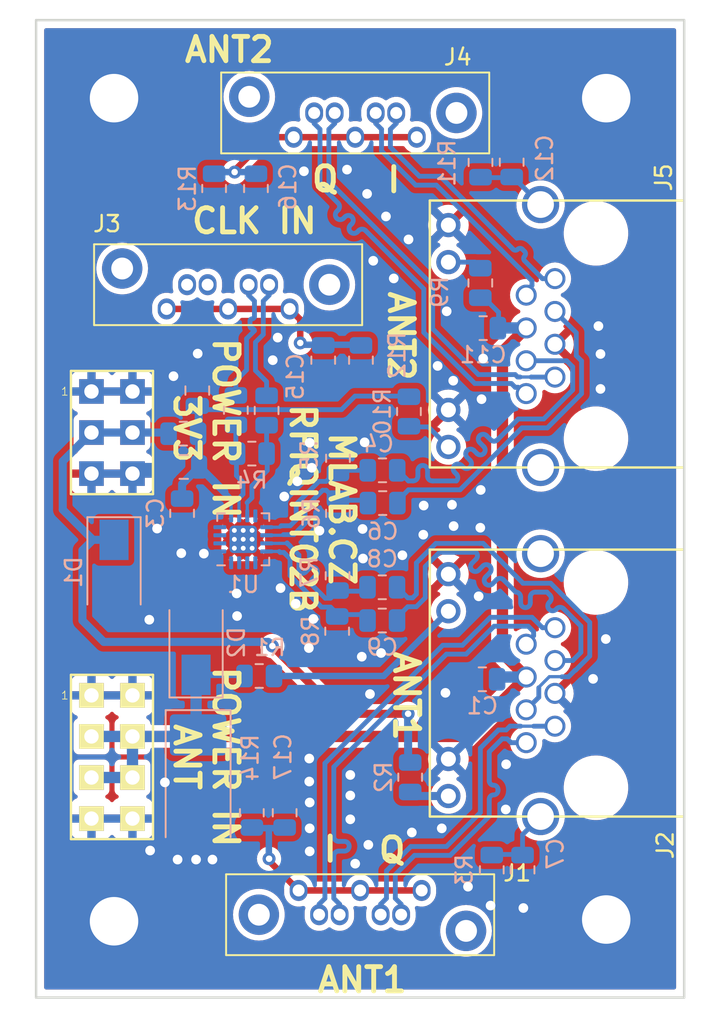
<source format=kicad_pcb>
(kicad_pcb (version 20211014) (generator pcbnew)
  (title_block (title "NAME") (date "%d. %m. %Y") (rev "REV") (company "Mlab www.mlab.cz") (comment 1 "VERSION") (comment 2 "Short description\\nTwo lines are maximum") (comment 3 "nickname <email@example.com>"))
  (layers (0 "F.Cu" signal) (31 "B.Cu" signal) (34 "B.Paste" user) (35 "F.Paste" user) (36 "B.SilkS" user "B.Silkscreen") (37 "F.SilkS" user "F.Silkscreen") (38 "B.Mask" user) (39 "F.Mask" user) (44 "Edge.Cuts" user))
  (net 0 "")
  (net 1 "VCC")
  (net 2 "GND")
  (net 3 "+3V3")
  (net 4 "/CLKOUT0_P")
  (net 5 "/CLKOUT0_N")
  (net 6 "/CLKOUT1_P")
  (net 7 "/CLKOUT1_N")
  (net 10 "/ADC1_P")
  (net 11 "/ADC1_N")
  (net 12 "/ADC2_P")
  (net 13 "/ADC2_N")
  (net 14 "/ADC3_P")
  (net 15 "/ADC3_N")
  (net 16 "/ADC4_P")
  (net 17 "/ADC4_N")
  (net 18 "/CLKIN_P")
  (net 19 "/CLK_P")
  (net 20 "/CLKIN_N")
  (net 21 "/CLK_N")
  (net 22 "/Q0_P")
  (net 23 "/Q0_N")
  (net 24 "/Q1_P")
  (net 25 "/Q1_N")
  (net 26 "Net-(C7-Pad1)")
  (net 27 "Net-(C12-Pad1)")
  (net 28 "Net-(J2-Pad10)")
  (net 29 "Net-(J2-Pad12)")
  (net 30 "Net-(J5-Pad10)")
  (net 31 "Net-(J5-Pad12)")
  (net 33 "+3V8")
  (net 34 "Net-(J3-Pad1)")
  (net 35 "Net-(J4-Pad1)")
  (net 36 "Net-(J1-Pad1)")
  (footprint "Mlab_Pin_Headers:Straight_2x03" (layer "F.Cu") (at 4.953 -35.19932)
    (fp_text reference "J6" hide)
    (fp_text value "HEADER_2x03_PARALLEL" hide)
  )
  (footprint "Mlab_CON:SATA-7_THT_VERT_2" (layer "F.Cu") (at 23.8252 -53.4656)
    (fp_text reference "J4")
    (fp_text value "SATA7-67491-1030" hide)
  )
  (footprint "Mlab_CON:RJHSE-5384(RJ45)" (layer "F.Cu") (at 34.925 -34.81832 90)
    (fp_text reference "J5")
    (fp_text value "RJ45_RJHSE-5384" hide)
  )
  (footprint "Mlab_Mechanical:MountingHole_3mm" (layer "F.Cu") (at 35.56 -55.88)
    (fp_text reference "M3" hide)
    (fp_text value "HOLE" hide)
  )
  (footprint "Mlab_CON:RJHSE-5384(RJ45)" (layer "F.Cu") (at 34.925 -13.22832 90)
    (fp_text reference "J2")
    (fp_text value "RJ45_RJHSE-5384" hide)
  )
  (footprint "Mlab_CON:SATA-7_THT_VERT_2" (layer "F.Cu") (at 15.955 -42.84332)
    (fp_text reference "J3")
    (fp_text value "SATA7-67491-1030" hide)
  )
  (footprint "Mlab_Mechanical:MountingHole_3mm" (layer "F.Cu") (at 35.56 -5.08)
    (fp_text reference "M1" hide)
    (fp_text value "HOLE" hide)
  )
  (footprint "Mlab_CON:SATA-7_THT_VERT_2" (layer "F.Cu") (at 16.51 -6.87832 180)
    (fp_text reference "J1")
    (fp_text value "SATA7-67491-1030" hide)
  )
  (footprint "Mlab_Pin_Headers:Straight_2x04" (layer "F.Cu") (at 4.953 -15.13332)
    (fp_text reference "J7" hide)
    (fp_text value "HEADER_2x04_PARALLEL" hide)
  )
  (footprint "Resistor_SMD:R_0805_2012Metric" (layer "B.Cu") (at 21.717 -30.8356)
    (fp_text reference "C6")
    (fp_text value "100nF" hide)
  )
  (footprint "Diode_SMD:D_SMA" (layer "B.Cu") (at 10.16 -22.21332 90)
    (fp_text reference "D2")
    (fp_text value "M4" hide)
  )
  (footprint "Capacitor_Tantalum_SMD:CP_EIA-7132-28_AVX-C" (layer "B.Cu") (at 10.287 -13.72108 -90)
    (fp_text reference "C14" hide)
    (fp_text value "47uF/16" hide)
  )
  (footprint "Resistor_SMD:R_0805_2012Metric" (layer "B.Cu") (at 30.3784 -8.1534 -90)
    (fp_text reference "C7")
    (fp_text value "100nF" hide)
  )
  (footprint "Capacitor_SMD:C_0805_2012Metric" (layer "B.Cu") (at 10.2362 -37.7952 90)
    (fp_text reference "C13" hide)
    (fp_text value "47uF/6V3" hide)
  )
  (footprint "Resistor_SMD:R_0805_2012Metric" (layer "B.Cu") (at 23.4188 -13.8811 -90)
    (fp_text reference "R2")
    (fp_text value "1k" hide)
  )
  (footprint "Resistor_SMD:R_0805_2012Metric" (layer "B.Cu") (at 14.0716 -20.1422 180)
    (fp_text reference "R1")
    (fp_text value "1k" hide)
  )
  (footprint "Resistor_SMD:R_0805_2012Metric" (layer "B.Cu") (at 27.8892 -19.939)
    (fp_text reference "C1")
    (fp_text value "100nF" hide)
  )
  (footprint "Resistor_SMD:R_0805_2012Metric" (layer "B.Cu") (at 27.7622 -44.45 -90)
    (fp_text reference "R9")
    (fp_text value "1k" hide)
  )
  (footprint "Resistor_SMD:R_0805_2012Metric" (layer "B.Cu") (at 27.94 -41.656)
    (fp_text reference "C11")
    (fp_text value "100nF" hide)
  )
  (footprint "Resistor_SMD:R_0805_2012Metric" (layer "B.Cu") (at 23.3426 -36.4998 -90)
    (fp_text reference "R10")
    (fp_text value "1k" hide)
  )
  (footprint "Resistor_SMD:R_0805_2012Metric" (layer "B.Cu") (at 29.7053 -51.9176 90)
    (fp_text reference "C12")
    (fp_text value "100nF" hide)
  )
  (footprint "Resistor_SMD:R_0805_2012Metric" (layer "B.Cu") (at 12.6238 -36.58362 -90)
    (fp_text reference "C5" hide)
    (fp_text value "100nF" hide)
  )
  (footprint "Resistor_SMD:R_0805_2012Metric" (layer "B.Cu") (at 13.6144 -33.8963)
    (fp_text reference "R4")
    (fp_text value "100R" hide)
  )
  (footprint "Resistor_SMD:R_0805_2012Metric" (layer "B.Cu") (at 18.923 -26.3398 90)
    (fp_text reference "R7")
    (fp_text value "130R" hide)
  )
  (footprint "Resistor_SMD:R_0805_2012Metric" (layer "B.Cu") (at 28.4734 -8.1534 -90)
    (fp_text reference "R3")
    (fp_text value "1k" hide)
  )
  (footprint "Resistor_SMD:R_0805_2012Metric" (layer "B.Cu") (at 21.7043 -32.86252)
    (fp_text reference "C4")
    (fp_text value "100nF" hide)
  )
  (footprint "Resistor_SMD:R_0805_2012Metric" (layer "B.Cu") (at 18.9484 -33.6042 90)
    (fp_text reference "R5")
    (fp_text value "130R" hide)
  )
  (footprint "Resistor_SMD:R_0805_2012Metric" (layer "B.Cu") (at 13.8684 -50.292 -90)
    (fp_text reference "C16")
    (fp_text value "100nF" hide)
  )
  (footprint "Resistor_SMD:R_0805_2012Metric" (layer "B.Cu") (at 9.3726 -35.1282)
    (fp_text reference "L1" hide)
    (fp_text value "BLM21PG331SN1D" hide)
  )
  (footprint "Resistor_SMD:R_0805_2012Metric" (layer "B.Cu") (at 11.2776 -50.292 -90)
    (fp_text reference "R13")
    (fp_text value "1k" hide)
  )
  (footprint "Resistor_SMD:R_0805_2012Metric" (layer "B.Cu") (at 15.6464 -11.684 90)
    (fp_text reference "C17")
    (fp_text value "100nF" hide)
  )
  (footprint "Mlab_Mechanical:MountingHole_3mm" (layer "B.Cu") (at 5.08 -4.97332)
    (fp_text reference "M2" hide)
    (fp_text value "HOLE" hide)
  )
  (footprint "Resistor_SMD:R_0805_2012Metric" (layer "B.Cu") (at 14.5288 -36.5633 -90)
    (fp_text reference "C10" hide)
    (fp_text value "100nF" hide)
  )
  (footprint "Capacitor_SMD:C_0805_2012Metric" (layer "B.Cu") (at 9.398 -33.0708 180)
    (fp_text reference "C2" hide)
    (fp_text value "1uF" hide)
  )
  (footprint "Package_DFN_QFN:QFN-16-1EP_3x3mm_P0.5mm_EP1.7x1.7mm_ThermalVias" (layer "B.Cu") (at 13.081 -28.59532)
    (fp_text reference "U1")
    (fp_text value "Si53322" hide)
  )
  (footprint "Resistor_SMD:R_0805_2012Metric" (layer "B.Cu") (at 21.6916 -23.5712)
    (fp_text reference "C9")
    (fp_text value "100nF" hide)
  )
  (footprint "Resistor_SMD:R_0805_2012Metric" (layer "B.Cu") (at 21.6916 -25.6286)
    (fp_text reference "C8")
    (fp_text value "100nF" hide)
  )
  (footprint "Resistor_SMD:R_0805_2012Metric" (layer "B.Cu") (at 27.7749 -51.9049 90)
    (fp_text reference "R11")
    (fp_text value "1k" hide)
  )
  (footprint "Resistor_SMD:R_0805_2012Metric" (layer "B.Cu") (at 18.8976 -22.9108 -90)
    (fp_text reference "R8")
    (fp_text value "130R" hide)
  )
  (footprint "Resistor_SMD:R_0805_2012Metric" (layer "B.Cu") (at 9.2964 -30.2006 -90)
    (fp_text reference "C3")
    (fp_text value "100nF" hide)
  )
  (footprint "Resistor_SMD:R_0805_2012Metric" (layer "B.Cu") (at 18.034 -39.6748 -90)
    (fp_text reference "C15")
    (fp_text value "100nF" hide)
  )
  (footprint "Resistor_SMD:R_0805_2012Metric" (layer "B.Cu") (at 13.6144 -11.684 90)
    (fp_text reference "R14")
    (fp_text value "1k" hide)
  )
  (footprint "Resistor_SMD:R_0805_2012Metric" (layer "B.Cu") (at 18.9484 -30.2006 -90)
    (fp_text reference "R6")
    (fp_text value "130R" hide)
  )
  (footprint "Resistor_SMD:R_0805_2012Metric" (layer "B.Cu") (at 20.3708 -39.6748 -90)
    (fp_text reference "R12")
    (fp_text value "1k" hide)
  )
  (footprint "Mlab_Mechanical:MountingHole_3mm" (layer "B.Cu") (at 5.08 -55.88)
    (fp_text reference "M4" hide)
    (fp_text value "HOLE" hide)
  )
  (footprint "Diode_SMD:D_SMA" (layer "B.Cu") (at 5.08 -26.56332 -90)
    (fp_text reference "D1")
    (fp_text value "M4" hide)
  )
  (gr_line (start 40.386 -60.706) (end 0.254 -60.706) (layer "Edge.Cuts") (width 0.15))
  (gr_line (start 40.386 -0.254) (end 40.386 -60.706) (layer "Edge.Cuts") (width 0.15))
  (gr_line (start 0.254 -0.254) (end 0.254 -60.706) (layer "Edge.Cuts") (width 0.15))
  (gr_line (start 0.254 -0.254) (end 40.386 -0.254) (layer "Edge.Cuts") (width 0.15))
  (gr_text "MLAB.CZ\nRFIQINT02B" (at 17.9832 -30.48 270) (layer "F.SilkS") (effects (font (size 1.5 1.5) (thickness 0.3))))
  (gr_text "ANT1" (at 23.1902 -18.8976 270) (layer "F.SilkS") (effects (font (size 1.5 1.5) (thickness 0.3))))
  (gr_text "ANT1" (at 20.447 -1.3462) (layer "F.SilkS") (effects (font (size 1.5 1.5) (thickness 0.3))))
  (gr_text "I" (at 18.4658 -9.4234) (layer "F.SilkS") (effects (font (size 1.5 1.5) (thickness 0.3))))
  (gr_text "ANT2" (at 12.2174 -58.8772) (layer "F.SilkS") (effects (font (size 1.5 1.5) (thickness 0.3))))
  (gr_text "I" (at 22.4028 -50.8254) (layer "F.SilkS") (effects (font (size 1.5 1.5) (thickness 0.3))))
  (gr_text "POWER IN\nANT" (at 10.795 -15.13332 270) (layer "F.SilkS") (effects (font (size 1.5 1.5) (thickness 0.3))))
  (gr_text "Q" (at 18.161 -50.8762) (layer "F.SilkS") (effects (font (size 1.5 1.5) (thickness 0.3))))
  (gr_text "ANT2" (at 22.86 -41.16832 270) (layer "F.SilkS") (effects (font (size 1.5 1.5) (thickness 0.3))))
  (gr_text "POWER IN\n3V3" (at 10.795 -35.45332 270) (layer "F.SilkS") (effects (font (size 1.5 1.5) (thickness 0.3))))
  (gr_text "CLK IN" (at 13.7668 -48.2854) (layer "F.SilkS") (effects (font (size 1.5 1.5) (thickness 0.3))))
  (gr_text "Q" (at 22.3012 -9.3726) (layer "F.SilkS") (effects (font (size 1.5 1.5) (thickness 0.3))))
  (segment (start 6.223 -16.40332) (end 25.77592 -16.40332) (width 0.7) (layer "F.Cu") (net 1))
  (segment (start 30.605 -20.07832) (end 29.1338 -21.54952) (width 0.7) (layer "F.Cu") (net 1))
  (segment (start 30.605 -20.07832) (end 26.93 -16.40332) (width 0.7) (layer "F.Cu") (net 1))
  (segment (start 29.1338 -21.7932) (end 29.1338 -40.19712) (width 0.7) (layer "F.Cu") (net 1))
  (segment (start 26.93 -16.40332) (end 25.77592 -16.40332) (width 0.7) (layer "F.Cu") (net 1))
  (segment (start 29.1338 -21.54952) (end 29.1338 -21.7932) (width 0.7) (layer "F.Cu") (net 1))
  (segment (start 29.1338 -40.19712) (end 30.605 -41.66832) (width 0.7) (layer "F.Cu") (net 1))
  (segment (start 28.90482 -41.66832) (end 28.8925 -41.656) (width 0.7) (layer "B.Cu") (net 1))
  (segment (start 30.605 -41.66832) (end 28.90482 -41.66832) (width 0.7) (layer "B.Cu") (net 1))
  (segment (start 28.98102 -20.07832) (end 28.8417 -19.939) (width 0.7) (layer "B.Cu") (net 1))
  (segment (start 30.605 -20.07832) (end 28.98102 -20.07832) (width 0.7) (layer "B.Cu") (net 1))
  (segment (start 10.16 -20.21332) (end 10.16 -16.37284) (width 0.7) (layer "B.Cu") (net 1))
  (segment (start 28.0289 -43.4975) (end 27.7622 -43.4975) (width 0.3) (layer "B.Cu") (net 1))
  (segment (start 3.683 -16.40332) (end 6.223 -16.40332) (width 0.7) (layer "B.Cu") (net 1))
  (segment (start 10.16 -16.37284) (end 10.287 -16.24584) (width 0.7) (layer "B.Cu") (net 1))
  (segment (start 6.223 -16.40332) (end 10.12952 -16.40332) (width 0.7) (layer "B.Cu") (net 1))
  (segment (start 10.12952 -16.40332) (end 10.287 -16.24584) (width 0.7) (layer "B.Cu") (net 1))
  (segment (start 28.8925 -42.6339) (end 28.0289 -43.4975) (width 0.3) (layer "B.Cu") (net 1))
  (segment (start 28.8925 -41.656) (end 28.8925 -42.6339) (width 0.3) (layer "B.Cu") (net 1))
  (segment (start 6.223 -16.40332) (end 6.223 -13.86332) (width 0.7) (layer "B.Cu") (net 1))
  (segment (start 6.223 -13.86332) (end 3.683 -13.86332) (width 0.7) (layer "B.Cu") (net 1))
  (segment (start 10.16 -20.21332) (end 13.04798 -20.21332) (width 0.4) (layer "B.Cu") (net 1))
  (segment (start 13.04798 -20.21332) (end 13.1191 -20.1422) (width 0.4) (layer "B.Cu") (net 1))
  (via (at 27.0002 -7.112) (size 0.8) (drill 0.6) (layers "F.Cu" "B.Cu") (net 2))
  (via (at 25.6032 -19.1008) (size 0.8) (drill 0.6) (layers "F.Cu" "B.Cu") (net 2))
  (via (at 19.7104 -11.2776) (size 0.8) (drill 0.6) (layers "F.Cu" "B.Cu") (net 2))
  (via (at 26.0858 -38.4048) (size 0.8) (drill 0.6) (layers "F.Cu" "B.Cu") (net 2))
  (via (at 25.6794 -42.6974) (size 0.8) (drill 0.6) (layers "F.Cu" "B.Cu") (net 2))
  (via (at 19.7104 -14.0208) (size 0.8) (drill 0.6) (layers "F.Cu" "B.Cu") (net 2))
  (via (at 21.9202 -48.5648) (size 0.8) (drill 0.6) (layers "F.Cu" "B.Cu") (net 2))
  (via (at 17.4244 -23.6728) (size 0.8) (drill 0.6) (layers "F.Cu" "B.Cu") (net 2))
  (via (at 27.94 -39.7764) (size 0.8) (drill 0.6) (layers "F.Cu" "B.Cu") (net 2))
  (via (at 35.2044 -37.8968) (size 0.8) (drill 0.6) (layers "F.Cu" "B.Cu") (net 2))
  (via (at 8.2296 -13.5636) (size 0.8) (drill 0.6) (layers "F.Cu" "B.Cu") (net 2))
  (via (at 19.5072 -51.4604) (size 0.8) (drill 0.6) (layers "F.Cu" "B.Cu") (net 2))
  (via (at 16.3322 -24.6126) (size 0.8) (drill 0.6) (layers "F.Cu" "B.Cu") (net 2))
  (via (at 8.763 -38.6842) (size 0.8) (drill 0.6) (layers "F.Cu" "B.Cu") (net 2))
  (via (at 23.3172 -47.1424) (size 0.8) (drill 0.6) (layers "F.Cu" "B.Cu") (net 2))
  (via (at 17.1958 -12.319) (size 0.8) (drill 0.6) (layers "F.Cu" "B.Cu") (net 2))
  (via (at 15.2146 -41.0718) (size 0.8) (drill 0.6) (layers "F.Cu" "B.Cu") (net 2))
  (via (at 10.2616 -40.0812) (size 0.8) (drill 0.6) (layers "F.Cu" "B.Cu") (net 2))
  (via (at 28.3972 -5.9436) (size 0.8) (drill 0.6) (layers "F.Cu" "B.Cu") (net 2))
  (via (at 20.9296 -19.0246) (size 0.8) (drill 0.6) (layers "F.Cu" "B.Cu") (net 2))
  (via (at 22.9362 -27.6098) (size 0.8) (drill 0.6) (layers "F.Cu" "B.Cu") (net 2))
  (via (at 16.8402 -51.3588) (size 0.8) (drill 0.6) (layers "F.Cu" "B.Cu") (net 2))
  (via (at 17.801043 -29.126769) (size 0.8) (drill 0.6) (layers "F.Cu" "B.Cu") (net 2))
  (via (at 20.5994 -34.5948) (size 0.8) (drill 0.6) (layers "F.Cu" "B.Cu") (net 2))
  (via (at 7.2644 -23.622) (size 0.8) (drill 0.6) (layers "F.Cu" "B.Cu") (net 2))
  (via (at 17.1704 -15.0368) (size 0.8) (drill 0.6) (layers "F.Cu" "B.Cu") (net 2))
  (via (at 27.6606 -25.0698) (size 0.8) (drill 0.6) (layers "F.Cu" "B.Cu") (net 2))
  (via (at 7.747 -29.2608) (size 0.8) (drill 0.6) (layers "F.Cu" "B.Cu") (net 2))
  (via (at 29.3624 -14.6812) (size 0.8) (drill 0.6) (layers "F.Cu" "B.Cu") (net 2))
  (via (at 35.5346 -22.4282) (size 0.8) (drill 0.6) (layers "F.Cu" "B.Cu") (net 2))
  (via (at 10.16 -8.7884) (size 0.8) (drill 0.6) (layers "F.Cu" "B.Cu") (net 2))
  (via (at 9.017 -8.7884) (size 0.8) (drill 0.6) (layers "F.Cu" "B.Cu") (net 2))
  (via (at 20.828 -9.7028) (size 0.8) (drill 0.6) (layers "F.Cu" "B.Cu") (net 2))
  (via (at 17.3228 -33.02) (size 0.8) (drill 0.6) (layers "F.Cu" "B.Cu") (net 2))
  (via (at 27.8384 -37.2618) (size 0.8) (drill 0.6) (layers "F.Cu" "B.Cu") (net 2))
  (via (at 29.337 -11.8872) (size 0.8) (drill 0.6) (layers "F.Cu" "B.Cu") (net 2))
  (via (at 15.621 -31.242) (size 0.8) (drill 0.6) (layers "F.Cu" "B.Cu") (net 2))
  (via (at 17.1704 -13.6144) (size 0.8) (drill 0.6) (layers "F.Cu" "B.Cu") (net 2))
  (via (at 27.7876 -31.6484) (size 0.8) (drill 0.6) (layers "F.Cu" "B.Cu") (net 2))
  (via (at 25.3746 -10.7188) (size 0.8) (drill 0.6) (layers "F.Cu" "B.Cu") (net 2))
  (via (at 22.4028 -44.7294) (size 0.8) (drill 0.6) (layers "F.Cu" "B.Cu") (net 2))
  (via (at 20.4724 -29.2354) (size 0.8) (drill 0.6) (layers "F.Cu" "B.Cu") (net 2))
  (via (at 14.9098 -39.6748) (size 0.8) (drill 0.6) (layers "F.Cu" "B.Cu") (net 2))
  (via (at 20.0152 -8.5344) (size 0.8) (drill 0.6) (layers "F.Cu" "B.Cu") (net 2))
  (via (at 34.7472 -19.9644) (size 0.8) (drill 0.6) (layers "F.Cu" "B.Cu") (net 2))
  (via (at 16.4338 -32.1818) (size 0.8) (drill 0.6) (layers "F.Cu" "B.Cu") (net 2))
  (via (at 35.2044 -40.0558) (size 0.8) (drill 0.6) (layers "F.Cu" "B.Cu") (net 2))
  (via (at 35.0774 -41.783) (size 0.8) (drill 0.6) (layers "F.Cu" "B.Cu") (net 2))
  (via (at 20.4978 -27.4066) (size 0.8) (drill 0.6) (layers "F.Cu" "B.Cu") (net 2))
  (via (at 26.1112 -29.4132) (size 0.8) (drill 0.6) (layers "F.Cu" "B.Cu") (net 2))
  (via (at 21.6154 -21.5646) (size 0.8) (drill 0.6) (layers "F.Cu" "B.Cu") (net 2))
  (via (at 30.4292 -5.7912) (size 0.8) (drill 0.6) (layers "F.Cu" "B.Cu") (net 2))
  (via (at 17.145 -21.8694) (size 0.8) (drill 0.6) (layers "F.Cu" "B.Cu") (net 2))
  (via (at 23.5204 -10.4648) (size 0.8) (drill 0.6) (layers "F.Cu" "B.Cu") (net 2))
  (via (at 27.7622 -29.3116) (size 0.8) (drill 0.6) (layers "F.Cu" "B.Cu") (net 2))
  (via (at 26.0096 -30.734) (size 0.8) (drill 0.6) (layers "F.Cu" "B.Cu") (net 2))
  (via (at 9.2456 -27.7368) (size 0.8) (drill 0.6) (layers "F.Cu" "B.Cu") (net 2))
  (via (at 25.1206 -39.3192) (size 0.8) (drill 0.6) (layers "F.Cu" "B.Cu") (net 2))
  (via (at 11.176 -8.7884) (size 0.8) (drill 0.6) (layers "F.Cu" "B.Cu") (net 2))
  (via (at 17.1958 -10.7188) (size 0.8) (drill 0.6) (layers "F.Cu" "B.Cu") (net 2))
  (via (at 17.1958 -34.5694) (size 0.8) (drill 0.6) (layers "F.Cu" "B.Cu") (net 2))
  (via (at 19.7104 -12.7508) (size 0.8) (drill 0.6) (layers "F.Cu" "B.Cu") (net 2))
  (via (at 7.3152 -9.3472) (size 0.8) (drill 0.6) (layers "F.Cu" "B.Cu") (net 2))
  (via (at 20.7518 -49.9618) (size 0.8) (drill 0.6) (layers "F.Cu" "B.Cu") (net 2))
  (via (at 15.3924 -25.5778) (size 0.8) (drill 0.6) (layers "F.Cu" "B.Cu") (net 2))
  (via (at 20.4216 -21.336) (size 0.8) (drill 0.6) (layers "F.Cu" "B.Cu") (net 2))
  (via (at 24.257 -30.6832) (size 0.8) (drill 0.6) (layers "F.Cu" "B.Cu") (net 2))
  (via (at 12.6746 -25.2476) (size 0.8) (drill 0.6) (layers "F.Cu" "B.Cu") (net 2))
  (via (at 12.7 -23.8506) (size 0.8) (drill 0.6) (layers "F.Cu" "B.Cu") (net 2))
  (via (at 24.2316 -28.8798) (size 0.8) (drill 0.6) (layers "F.Cu" "B.Cu") (net 2))
  (via (at 17.1958 -9.2964) (size 0.8) (drill 0.6) (layers "F.Cu" "B.Cu") (net 2))
  (via (at 21.1328 -45.8216) (size 0.8) (drill 0.6) (layers "F.Cu" "B.Cu") (net 2))
  (via (at 10.6426 -27.7114) (size 0.8) (drill 0.6) (layers "F.Cu" "B.Cu") (net 2))
  (segment (start 25.9461 -42.6974) (end 25.6794 -42.6974) (width 0.7) (layer "B.Cu") (net 2))
  (segment (start 6.63448 -33.0708) (end 6.223 -32.65932) (width 0.5) (layer "B.Cu") (net 2))
  (segment (start 18.9484 -29.2481) (end 17.922374 -29.2481) (width 0.7) (layer "B.Cu") (net 2))
  (segment (start 20.3835 -27.2923) (end 20.4978 -27.4066) (width 0.7) (layer "B.Cu") (net 2))
  (segment (start 10.77652 -27.84532) (end 10.6426 -27.7114) (width 0.2) (layer "B.Cu") (net 2))
  (segment (start 26.9367 -19.939) (end 26.4414 -19.939) (width 0.7) (layer "B.Cu") (net 2))
  (segment (start 26.4414 -19.939) (end 25.6032 -19.1008) (width 0.7) (layer "B.Cu") (net 2))
  (segment (start 11.631 -27.84532) (end 10.77652 -27.84532) (width 0.2) (layer "B.Cu") (net 2))
  (segment (start 8.4455 -33.0708) (end 6.63448 -33.0708) (width 0.5) (layer "B.Cu") (net 2))
  (segment (start 17.922374 -29.2481) (end 17.801043 -29.126769) (width 0.7) (layer "B.Cu") (net 2))
  (segment (start 26.9875 -41.656) (end 25.9461 -42.6974) (width 0.7) (layer "B.Cu") (net 2))
  (segment (start 18.923 -27.2923) (end 20.3835 -27.2923) (width 0.7) (layer "B.Cu") (net 2))
  (segment (start 12.319414 -31.1284) (end 12.319414 -31.036986) (width 0.3) (layer "B.Cu") (net 3))
  (segment (start 10.3251 -36.7538) (end 10.2362 -36.8427) (width 0.5) (layer "B.Cu") (net 3))
  (segment (start 19.163458 -36.61378) (end 20.001978 -37.4523) (width 0.3) (layer "B.Cu") (net 3))
  (segment (start 11.919507 -31.528307) (end 12.319414 -31.1284) (width 0.3) (layer "B.Cu") (net 3))
  (segment (start 9.2964 -31.1531) (end 9.2964 -32.0167) (width 0.5) (layer "B.Cu") (net 3))
  (segment (start 10.46512 -36.61378) (end 19.163458 -36.61378) (width 0.3) (layer "B.Cu") (net 3))
  (segment (start 12.331 -30.04532) (end 12.331 -31.116814) (width 0.2) (layer "B.Cu") (net 3))
  (segment (start 10.3251 -35.1282) (end 10.3251 -36.7538) (width 0.5) (layer "B.Cu") (net 3))
  (segment (start 11.322607 -32.125207) (end 10.377014 -33.0708) (width 0.5) (layer "B.Cu") (net 3))
  (segment (start 10.3505 -33.0708) (end 10.377014 -33.0708) (width 0.5) (layer "B.Cu") (net 3))
  (segment (start 10.377014 -33.0708) (end 11.919507 -31.528307) (width 0.5) (layer "B.Cu") (net 3))
  (segment (start 11.322607 -32.125207) (end 11.919507 -31.528307) (width 0.3) (layer "B.Cu") (net 3))
  (segment (start 10.3505 -33.0708) (end 10.3505 -34.9504) (width 0.5) (layer "B.Cu") (net 3))
  (segment (start 10.2362 -36.8427) (end 10.46512 -36.61378) (width 0.3) (layer "B.Cu") (net 3))
  (segment (start 9.2964 -32.0167) (end 10.3505 -33.0708) (width 0.5) (layer "B.Cu") (net 3))
  (segment (start 10.3505 -34.9504) (end 10.1727 -35.1282) (width 0.5) (layer "B.Cu") (net 3))
  (segment (start 20.001978 -37.4523) (end 23.3426 -37.4523) (width 0.3) (layer "B.Cu") (net 3))
  (segment (start 32.11791 -25.8782) (end 34.5396 -23.45651) (width 0.3) (layer "B.Cu") (net 4))
  (segment (start 32.809391 -20.098809) (end 32.8168 -20.0914) (width 0.2) (layer "B.Cu") (net 4))
  (segment (start 25.00669 -28.342) (end 27.72371 -28.342) (width 0.3) (layer "B.Cu") (net 4))
  (segment (start 27.72371 -28.342) (end 27.72811 -28.3464) (width 0.3) (layer "B.Cu") (net 4))
  (segment (start 23.8042 -27.13951) (end 25.00669 -28.342) (width 0.3) (layer "B.Cu") (net 4))
  (segment (start 34.5396 -23.45651) (end 34.5396 -21.376847) (width 0.3) (layer "B.Cu") (net 4))
  (segment (start 23.8042 -25.20911) (end 23.8042 -27.13951) (width 0.3) (layer "B.Cu") (net 4))
  (segment (start 23.57159 -24.9765) (end 23.8042 -25.20911) (width 0.3) (layer "B.Cu") (net 4))
  (segment (start 30.605 -18.04832) (end 31.385489 -18.828809) (width 0.3) (layer "B.Cu") (net 4))
  (segment (start 34.5396 -21.376847) (end 33.660553 -20.4978) (width 0.3) (layer "B.Cu") (net 4))
  (segment (start 27.72811 -28.3464) (end 27.94 -28.3464) (width 0.3) (layer "B.Cu") (net 4))
  (segment (start 31.369 -19.431) (end 32.036809 -20.098809) (width 0.2) (layer "B.Cu") (net 4))
  (segment (start 32.036809 -20.098809) (end 32.809391 -20.098809) (width 0.2) (layer "B.Cu") (net 4))
  (segment (start 33.660553 -20.4978) (end 33.6296 -20.4978) (width 0.3) (layer "B.Cu") (net 4))
  (segment (start 33.6296 -20.4978) (end 33.2232 -20.0914) (width 0.3) (layer "B.Cu") (net 4))
  (segment (start 30.3994 -25.887) (end 30.3994 -25.8782) (width 0.3) (layer "B.Cu") (net 4))
  (segment (start 31.385489 -18.828809) (end 31.385489 -19.414511) (width 0.3) (layer "B.Cu") (net 4))
  (segment (start 30.3994 -25.8782) (end 32.11791 -25.8782) (width 0.3) (layer "B.Cu") (net 4))
  (segment (start 33.2232 -20.0914) (end 32.8168 -20.0914) (width 0.3) (layer "B.Cu") (net 4))
  (segment (start 27.94 -28.3464) (end 30.3994 -25.887) (width 0.3) (layer "B.Cu") (net 4))
  (segment (start 22.6187 -25.6286) (end 23.2708 -24.9765) (width 0.3) (layer "B.Cu") (net 4))
  (segment (start 23.2708 -24.9765) (end 23.57159 -24.9765) (width 0.3) (layer "B.Cu") (net 4))
  (segment (start 32.066865 -24.727159) (end 32.066865 -24.72716) (width 0.3) (layer "B.Cu") (net 5))
  (segment (start 33.9896 -21.604667) (end 33.483253 -21.09832) (width 0.3) (layer "B.Cu") (net 5))
  (segment (start 27.49589 -27.367735) (end 27.244464 -27.116309) (width 0.3) (layer "B.Cu") (net 5))
  (segment (start 24.3542 -24.98129) (end 24.3542 -26.91169) (width 0.3) (layer "B.Cu") (net 5))
  (segment (start 24.3542 -26.91169) (end 25.23451 -27.792) (width 0.3) (layer "B.Cu") (net 5))
  (segment (start 25.23451 -27.792) (end 27.49589 -27.792) (width 0.3) (layer "B.Cu") (net 5))
  (segment (start 29.192946 -26.09494) (end 29.192947 -26.09494) (width 0.3) (layer "B.Cu") (net 5))
  (segment (start 30.25969 -25.0282) (end 30.25969 -24.67263) (width 0.3) (layer "B.Cu") (net 5))
  (segment (start 32.915392 -24.302895) (end 32.915393 -24.302896) (width 0.3) (layer "B.Cu") (net 5))
  (segment (start 27.49589 -27.367734) (end 27.49589 -27.367735) (width 0.3) (layer "B.Cu") (net 5))
  (segment (start 31.89009 -25.3282) (end 32.066865 -25.151425) (width 0.3) (layer "B.Cu") (net 5))
  (segment (start 27.244464 -26.692045) (end 27.244464 -26.692044) (width 0.3) (layer "B.Cu") (net 5))
  (segment (start 28.344418 -26.943469) (end 28.344419 -26.943471) (width 0.3) (layer "B.Cu") (net 5))
  (segment (start 28.517257 -25.843515) (end 28.768682 -26.09494) (width 0.3) (layer "B.Cu") (net 5))
  (segment (start 28.092993 -25.843516) (end 28.092993 -25.843515) (width 0.3) (layer "B.Cu") (net 5))
  (segment (start 32.915393 -24.302896) (end 33.021459 -24.196831) (width 0.3) (layer "B.Cu") (net 5))
  (segment (start 31.15969 -25.3282) (end 31.20969 -25.3282) (width 0.3) (layer "B.Cu") (net 5))
  (segment (start 27.668728 -26.692044) (end 27.920153 -26.943469) (width 0.3) (layer "B.Cu") (net 5))
  (segment (start 33.021459 -24.196831) (end 33.9896 -23.22869) (width 0.3) (layer "B.Cu") (net 5))
  (segment (start 33.483253 -21.09832) (end 32.385 -21.09832) (width 0.3) (layer "B.Cu") (net 5))
  (segment (start 28.344419 -26.519206) (end 28.092993 -26.26778) (width 0.3) (layer "B.Cu") (net 5))
  (segment (start 22.5933 -23.749) (end 23.2708 -24.4265) (width 0.3) (layer "B.Cu") (net 5))
  (segment (start 29.192947 -26.094942) (end 29.299013 -25.988877) (width 0.3) (layer "B.Cu") (net 5))
  (segment (start 33.9896 -23.22869) (end 33.9896 -21.604667) (width 0.3) (layer "B.Cu") (net 5))
  (segment (start 29.299013 -25.988877) (end 29.95969 -25.3282) (width 0.3) (layer "B.Cu") (net 5))
  (segment (start 28.344419 -26.519205) (end 28.344419 -26.519206) (width 0.3) (layer "B.Cu") (net 5))
  (segment (start 23.2708 -24.4265) (end 23.79941 -24.4265) (width 0.3) (layer "B.Cu") (net 5))
  (segment (start 31.20969 -25.3282) (end 31.89009 -25.3282) (width 0.3) (layer "B.Cu") (net 5))
  (segment (start 32.066865 -24.72716) (end 32.027571 -24.687866) (width 0.3) (layer "B.Cu") (net 5))
  (segment (start 23.79941 -24.4265) (end 24.3542 -24.98129) (width 0.3) (layer "B.Cu") (net 5))
  (segment (start 28.344417 -26.943469) (end 28.344418 -26.943469) (width 0.3) (layer "B.Cu") (net 5))
  (segment (start 29.192947 -26.09494) (end 29.192947 -26.094942) (width 0.3) (layer "B.Cu") (net 5))
  (segment (start 32.451835 -24.263602) (end 32.491128 -24.302895) (width 0.3) (layer "B.Cu") (net 5))
  (segment (start 30.85969 -24.67263) (end 30.85969 -25.0282) (width 0.3) (layer "B.Cu") (net 5))
  (arc (start 27.244464 -27.116309) (mid 27.156596 -26.904177) (end 27.244464 -26.692045) (width 0.3) (layer "B.Cu") (net 5))
  (arc (start 30.55969 -24.37263) (mid 30.771822 -24.460498) (end 30.85969 -24.67263) (width 0.3) (layer "B.Cu") (net 5))
  (arc (start 32.066865 -25.151425) (mid 32.154733 -24.939292) (end 32.066865 -24.727159) (width 0.3) (layer "B.Cu") (net 5))
  (arc (start 28.092993 -25.843515) (mid 28.305125 -25.755647) (end 28.517257 -25.843515) (width 0.3) (layer "B.Cu") (net 5))
  (arc (start 28.768682 -26.09494) (mid 28.980814 -26.182808) (end 29.192946 -26.09494) (width 0.3) (layer "B.Cu") (net 5))
  (arc (start 30.25969 -24.67263) (mid 30.347558 -24.460498) (end 30.55969 -24.37263) (width 0.3) (layer "B.Cu") (net 5))
  (arc (start 32.027571 -24.263602) (mid 32.239703 -24.175734) (end 32.451835 -24.263602) (width 0.3) (layer "B.Cu") (net 5))
  (arc (start 32.491128 -24.302895) (mid 32.70326 -24.390763) (end 32.915392 -24.302895) (width 0.3) (layer "B.Cu") (net 5))
  (arc (start 32.027571 -24.687866) (mid 31.939703 -24.475734) (end 32.027571 -24.263602) (width 0.3) (layer "B.Cu") (net 5))
  (arc (start 28.092993 -26.26778) (mid 28.005125 -26.055648) (end 28.092993 -25.843516) (width 0.3) (layer "B.Cu") (net 5))
  (arc (start 30.85969 -25.0282) (mid 30.947558 -25.240332) (end 31.15969 -25.3282) (width 0.3) (layer "B.Cu") (net 5))
  (arc (start 29.95969 -25.3282) (mid 30.171822 -25.240332) (end 30.25969 -25.0282) (width 0.3) (layer "B.Cu") (net 5))
  (arc (start 27.49589 -27.792) (mid 27.583758 -27.579867) (end 27.49589 -27.367734) (width 0.3) (layer "B.Cu") (net 5))
  (arc (start 27.920153 -26.943469) (mid 28.132285 -27.031337) (end 28.344417 -26.943469) (width 0.3) (layer "B.Cu") (net 5))
  (arc (start 27.244464 -26.692044) (mid 27.456596 -26.604176) (end 27.668728 -26.692044) (width 0.3) (layer "B.Cu") (net 5))
  (arc (start 28.344419 -26.943471) (mid 28.432287 -26.731338) (end 28.344419 -26.519205) (width 0.3) (layer "B.Cu") (net 5))
  (segment (start 24.49601 -32.86354) (end 24.49601 -32.50661) (width 0.3) (layer "B.Cu") (net 6))
  (segment (start 24.84601 -32.20661) (end 26.2805 -32.20661) (width 0.3) (layer "B.Cu") (net 6))
  (segment (start 24.79601 -32.20661) (end 24.84601 -32.20661) (width 0.3) (layer "B.Cu") (net 6))
  (segment (start 23.89601 -32.50661) (end 23.89601 -32.86354) (width 0.3) (layer "B.Cu") (net 6))
  (segment (start 31.68689 -36.0382) (end 33.4816 -37.83291) (width 0.3) (layer "B.Cu") (net 6))
  (segment (start 33.10728 -39.63832) (end 30.605 -39.63832) (width 0.3) (layer "B.Cu") (net 6))
  (segment (start 27.977556 -34.32793) (end 27.725169 -34.580318) (width 0.3) (layer "B.Cu") (net 6))
  (segment (start 28.149433 -35.004582) (end 28.401819 -34.752193) (width 0.3) (layer "B.Cu") (net 6))
  (segment (start 27.977555 -34.327931) (end 27.977556 -34.32793) (width 0.3) (layer "B.Cu") (net 6))
  (segment (start 26.593799 -33.166104) (end 26.593798 -33.166105) (width 0.3) (layer "B.Cu") (net 6))
  (segment (start 26.593798 -33.166105) (end 26.704763 -33.055137) (width 0.3) (layer "B.Cu") (net 6))
  (segment (start 33.4816 -37.83291) (end 33.4816 -39.2684) (width 0.3) (layer "B.Cu") (net 6))
  (segment (start 26.280499 -32.630875) (end 26.2805 -32.630874) (width 0.3) (layer "B.Cu") (net 6))
  (segment (start 28.149434 -35.004581) (end 28.149433 -35.004582) (width 0.3) (layer "B.Cu") (net 6))
  (segment (start 26.947352 -34.085343) (end 26.947351 -34.085343) (width 0.3) (layer "B.Cu") (net 6))
  (segment (start 27.371615 -34.085343) (end 27.553292 -33.903667) (width 0.3) (layer "B.Cu") (net 6))
  (segment (start 33.4772 -39.2684) (end 33.10728 -39.63832) (width 0.3) (layer "B.Cu") (net 6))
  (segment (start 27.129027 -33.055137) (end 27.129028 -33.055138) (width 0.3) (layer "B.Cu") (net 6))
  (segment (start 30.11209 -36.0382) (end 31.68689 -36.0382) (width 0.3) (layer "B.Cu") (net 6))
  (segment (start 23.31271 -32.20661) (end 23.59601 -32.20661) (width 0.3) (layer "B.Cu") (net 6))
  (segment (start 27.977556 -33.903667) (end 27.977556 -33.903666) (width 0.3) (layer "B.Cu") (net 6))
  (segment (start 28.826083 -34.752193) (end 28.826084 -34.752194) (width 0.3) (layer "B.Cu") (net 6))
  (segment (start 27.371616 -34.085342) (end 27.371615 -34.085343) (width 0.3) (layer "B.Cu") (net 6))
  (segment (start 26.2805 -32.630874) (end 26.169534 -32.741841) (width 0.3) (layer "B.Cu") (net 6))
  (segment (start 27.129028 -33.479402) (end 26.947352 -33.661079) (width 0.3) (layer "B.Cu") (net 6))
  (segment (start 27.129027 -33.479403) (end 27.129028 -33.479402) (width 0.3) (layer "B.Cu") (net 6))
  (segment (start 28.826084 -34.752194) (end 30.11209 -36.0382) (width 0.3) (layer "B.Cu") (net 6))
  (segment (start 22.6568 -32.86252) (end 23.31271 -32.20661) (width 0.3) (layer "B.Cu") (net 6))
  (arc (start 26.169534 -32.741841) (mid 26.081666 -32.953973) (end 26.169534 -33.166105) (width 0.3) (layer "B.Cu") (net 6))
  (arc (start 27.725169 -34.580318) (mid 27.637301 -34.79245) (end 27.725169 -35.004582) (width 0.3) (layer "B.Cu") (net 6))
  (arc (start 26.947352 -33.661079) (mid 26.859484 -33.873211) (end 26.947352 -34.085343) (width 0.3) (layer "B.Cu") (net 6))
  (arc (start 26.2805 -32.20661) (mid 26.368369 -32.418744) (end 26.280499 -32.630875) (width 0.3) (layer "B.Cu") (net 6))
  (arc (start 26.704763 -33.055137) (mid 26.916895 -32.967269) (end 27.129027 -33.055137) (width 0.3) (layer "B.Cu") (net 6))
  (arc (start 23.59601 -32.20661) (mid 23.808142 -32.294478) (end 23.89601 -32.50661) (width 0.3) (layer "B.Cu") (net 6))
  (arc (start 26.947351 -34.085343) (mid 27.159485 -34.173212) (end 27.371616 -34.085342) (width 0.3) (layer "B.Cu") (net 6))
  (arc (start 27.553292 -33.903667) (mid 27.765424 -33.815799) (end 27.977556 -33.903667) (width 0.3) (layer "B.Cu") (net 6))
  (arc (start 26.169534 -33.166105) (mid 26.381666 -33.253972) (end 26.593799 -33.166104) (width 0.3) (layer "B.Cu") (net 6))
  (arc (start 24.19601 -33.16354) (mid 24.408142 -33.075672) (end 24.49601 -32.86354) (width 0.3) (layer "B.Cu") (net 6))
  (arc (start 23.89601 -32.86354) (mid 23.983878 -33.075672) (end 24.19601 -33.16354) (width 0.3) (layer "B.Cu") (net 6))
  (arc (start 24.49601 -32.50661) (mid 24.583878 -32.294478) (end 24.79601 -32.20661) (width 0.3) (layer "B.Cu") (net 6))
  (arc (start 27.129028 -33.055138) (mid 27.216897 -33.267272) (end 27.129027 -33.479403) (width 0.3) (layer "B.Cu") (net 6))
  (arc (start 27.977556 -33.903666) (mid 28.065425 -34.1158) (end 27.977555 -34.327931) (width 0.3) (layer "B.Cu") (net 6))
  (arc (start 27.725169 -35.004582) (mid 27.937301 -35.092449) (end 28.149434 -35.004581) (width 0.3) (layer "B.Cu") (net 6))
  (arc (start 28.401819 -34.752193) (mid 28.613951 -34.664325) (end 28.826083 -34.752193) (width 0.3) (layer "B.Cu") (net 6))
  (segment (start 23.31271 -31.65661) (end 26.50832 -31.65661) (width 0.3) (layer "B.Cu") (net 7))
  (segment (start 30.33991 -35.4882) (end 31.91471 -35.4882) (width 0.3) (layer "B.Cu") (net 7))
  (segment (start 33.7058 -39.9542) (end 33.7058 -41.36752) (width 0.3) (layer "B.Cu") (net 7))
  (segment (start 22.6695 -31.0134) (end 23.31271 -31.65661) (width 0.3) (layer "B.Cu") (net 7))
  (segment (start 26.50832 -31.65661) (end 30.33991 -35.4882) (width 0.3) (layer "B.Cu") (net 7))
  (segment (start 33.7058 -41.36752) (end 32.385 -42.68832) (width 0.3) (layer "B.Cu") (net 7))
  (segment (start 34.0316 -39.6284) (end 33.7058 -39.9542) (width 0.3) (layer "B.Cu") (net 7))
  (segment (start 34.0316 -37.60509) (end 34.0316 -39.6284) (width 0.3) (layer "B.Cu") (net 7))
  (segment (start 31.91471 -35.4882) (end 34.0316 -37.60509) (width 0.3) (layer "B.Cu") (net 7))
  (segment (start 28.38489 -23.77) (end 26.65769 -22.0428) (width 0.3) (layer "B.Cu") (net 10))
  (segment (start 32.385 -23.12832) (end 31.60868 -23.12832) (width 0.3) (layer "B.Cu") (net 10))
  (segment (start 17.78 -6.02832) (end 17.78 -5.37832) (width 0.3) (layer "B.Cu") (net 10))
  (segment (start 26.65769 -22.0428) (end 25.43849 -22.0428) (width 0.3) (layer "B.Cu") (net 10))
  (segment (start 25.43849 -22.0428) (end 18.14 -14.74431) (width 0.3) (layer "B.Cu") (net 10))
  (segment (start 18.14 -14.74431) (end 18.14 -6.38832) (width 0.3) (layer "B.Cu") (net 10))
  (segment (start 18.14 -6.38832) (end 17.78 -6.02832) (width 0.3) (layer "B.Cu") (net 10))
  (segment (start 30.967 -23.77) (end 28.38489 -23.77) (width 0.3) (layer "B.Cu") (net 10))
  (segment (start 31.60868 -23.12832) (end 30.967 -23.77) (width 0.3) (layer "B.Cu") (net 10))
  (segment (start 19.05 -6.02832) (end 18.69 -6.38832) (width 0.3) (layer "B.Cu") (net 11))
  (segment (start 19.343515 -9.9126) (end 18.99 -9.9126) (width 0.3) (layer "B.Cu") (net 11))
  (segment (start 30.7296 -23.22) (end 31.0642 -22.8854) (width 0.3) (layer "B.Cu") (net 11))
  (segment (start 19.05 -5.37832) (end 19.05 -6.02832) (width 0.3) (layer "B.Cu") (net 11))
  (segment (start 18.69 -11.4626) (end 18.69 -14.51649) (width 0.3) (layer "B.Cu") (net 11))
  (segment (start 28.61271 -23.22) (end 30.7296 -23.22) (width 0.3) (layer "B.Cu") (net 11))
  (segment (start 30.605 -22.1722) (end 30.605 -22.10832) (width 0.3) (layer "B.Cu") (net 11))
  (segment (start 25.66631 -21.4928) (end 26.88551 -21.4928) (width 0.3) (layer "B.Cu") (net 11))
  (segment (start 26.88551 -21.4928) (end 28.61271 -23.22) (width 0.3) (layer "B.Cu") (net 11))
  (segment (start 18.99 -9.3126) (end 19.343515 -9.3126) (width 0.3) (layer "B.Cu") (net 11))
  (segment (start 31.0642 -22.6314) (end 30.605 -22.1722) (width 0.3) (layer "B.Cu") (net 11))
  (segment (start 31.0642 -22.8854) (end 31.0642 -22.6314) (width 0.3) (layer "B.Cu") (net 11))
  (segment (start 18.69 -6.38832) (end 18.69 -9.0126) (width 0.3) (layer "B.Cu") (net 11))
  (segment (start 18.69 -10.2126) (end 18.69 -11.4626) (width 0.3) (layer "B.Cu") (net 11))
  (segment (start 18.69 -14.51649) (end 25.66631 -21.4928) (width 0.3) (layer "B.Cu") (net 11))
  (arc (start 19.643515 -9.6126) (mid 19.555647 -9.824732) (end 19.343515 -9.9126) (width 0.3) (layer "B.Cu") (net 11))
  (arc (start 18.99 -9.9126) (mid 18.777868 -10.000468) (end 18.69 -10.2126) (width 0.3) (layer "B.Cu") (net 11))
  (arc (start 18.69 -9.0126) (mid 18.777868 -9.224732) (end 18.99 -9.3126) (width 0.3) (layer "B.Cu") (net 11))
  (arc (start 19.343515 -9.3126) (mid 19.555647 -9.400468) (end 19.643515 -9.6126) (width 0.3) (layer "B.Cu") (net 11))
  (segment (start 27.7666 -11.69631) (end 25.66709 -9.5968) (width 0.3) (layer "B.Cu") (net 12))
  (segment (start 32.385 -17.03832) (end 31.069234 -17.03832) (width 0.3) (layer "B.Cu") (net 12))
  (segment (start 21.95 -8.08951) (end 21.95 -6.38832) (width 0.3) (layer "B.Cu") (net 12))
  (segment (start 21.95 -6.38832) (end 21.59 -6.02832) (width 0.3) (layer "B.Cu") (net 12))
  (segment (start 27.7666 -15.68411) (end 27.7666 -11.69631) (width 0.3) (layer "B.Cu") (net 12))
  (segment (start 31.069234 -17.03832) (end 30.25648 -17.03832) (width 0.2) (layer "B.Cu") (net 12))
  (segment (start 25.66709 -9.5968) (end 23.45729 -9.5968) (width 0.3) (layer "B.Cu") (net 12))
  (segment (start 29.366291 -16.80586) (end 28.88835 -16.80586) (width 0.3) (layer "B.Cu") (net 12))
  (segment (start 21.59 -6.02832) (end 21.59 -5.37832) (width 0.3) (layer "B.Cu") (net 12))
  (segment (start 29.603831 -17.0434) (end 29.366291 -16.80586) (width 0.3) (layer "B.Cu") (net 12))
  (segment (start 28.88835 -16.80586) (end 27.7666 -15.68411) (width 0.3) (layer "B.Cu") (net 12))
  (segment (start 23.45729 -9.5968) (end 21.95 -8.08951) (width 0.3) (layer "B.Cu") (net 12))
  (segment (start 30.25648 -17.03832) (end 29.95168 -17.03832) (width 0.3) (layer "B.Cu") (net 12))
  (segment (start 29.9466 -17.0434) (end 29.603831 -17.0434) (width 0.3) (layer "B.Cu") (net 12))
  (segment (start 28.3166 -13.657752) (end 28.3166 -13.7178) (width 0.3) (layer "B.Cu") (net 13))
  (segment (start 29.11617 -16.25586) (end 29.427823 -16.25586) (width 0.3) (layer "B.Cu") (net 13))
  (segment (start 29.665363 -16.01832) (end 30.605 -16.01832) (width 0.3) (layer "B.Cu") (net 13))
  (segment (start 25.89491 -9.0468) (end 28.3166 -11.46849) (width 0.3) (layer "B.Cu") (net 13))
  (segment (start 29.427823 -16.25586) (end 29.665363 -16.01832) (width 0.3) (layer "B.Cu") (net 13))
  (segment (start 22.86 -5.37832) (end 22.86 -6.02832) (width 0.3) (layer "B.Cu") (net 13))
  (segment (start 28.3166 -11.46849) (end 28.3166 -12.5178) (width 0.3) (layer "B.Cu") (net 13))
  (segment (start 22.86 -6.02832) (end 22.5 -6.38832) (width 0.3) (layer "B.Cu") (net 13))
  (segment (start 22.5 -6.38832) (end 22.5 -7.86169) (width 0.3) (layer "B.Cu") (net 13))
  (segment (start 23.68511 -9.0468) (end 25.89491 -9.0468) (width 0.3) (layer "B.Cu") (net 13))
  (segment (start 28.3166 -15.45629) (end 29.11617 -16.25586) (width 0.3) (layer "B.Cu") (net 13))
  (segment (start 28.3166 -13.7178) (end 28.3166 -15.45629) (width 0.3) (layer "B.Cu") (net 13))
  (segment (start 22.5 -7.86169) (end 23.68511 -9.0468) (width 0.3) (layer "B.Cu") (net 13))
  (segment (start 28.856552 -13.057752) (end 28.856552 -13.1178) (width 0.3) (layer "B.Cu") (net 13))
  (arc (start 28.856552 -13.1178) (mid 28.777478 -13.308702) (end 28.586576 -13.387776) (width 0.3) (layer "B.Cu") (net 13))
  (arc (start 28.586576 -12.787776) (mid 28.777478 -12.86685) (end 28.856552 -13.057752) (width 0.3) (layer "B.Cu") (net 13))
  (arc (start 28.3166 -12.5178) (mid 28.395674 -12.708702) (end 28.586576 -12.787776) (width 0.3) (layer "B.Cu") (net 13))
  (arc (start 28.586576 -13.387776) (mid 28.395674 -13.46685) (end 28.3166 -13.657752) (width 0.3) (layer "B.Cu") (net 13))
  (segment (start 25.2774 -51.0496) (end 23.98991 -51.0496) (width 0.3) (layer "B.Cu") (net 14))
  (segment (start 27.619336 -48.707664) (end 25.2774 -51.0496) (width 0.3) (layer "B.Cu") (net 14))
  (segment (start 22.5552 -54.3156) (end 22.5552 -54.9656) (width 0.3) (layer "B.Cu") (net 14))
  (segment (start 29.79347 -46.533526) (end 29.656871 -46.670128) (width 0.3) (layer "B.Cu") (net 14))
  (segment (start 30.081135 -46.533527) (end 30.081134 -46.533526) (width 0.3) (layer "B.Cu") (net 14))
  (segment (start 29.656871 -46.670128) (end 27.619336 -48.707664) (width 0.3) (layer "B.Cu") (net 14))
  (segment (start 23.98991 -51.0496) (end 22.1952 -52.84431) (width 0.3) (layer "B.Cu") (net 14))
  (segment (start 31.60868 -44.71832) (end 30.5054 -45.8216) (width 0.3) (layer "B.Cu") (net 14))
  (segment (start 30.5054 -46.396927) (end 30.368799 -46.533527) (width 0.3) (layer "B.Cu") (net 14))
  (segment (start 32.385 -44.71832) (end 31.60868 -44.71832) (width 0.3) (layer "B.Cu") (net 14))
  (segment (start 22.1952 -52.84431) (end 22.1952 -53.9556) (width 0.3) (layer "B.Cu") (net 14))
  (segment (start 30.5054 -46.109262) (end 30.5054 -46.109263) (width 0.3) (layer "B.Cu") (net 14))
  (segment (start 22.1952 -53.9556) (end 22.5552 -54.3156) (width 0.3) (layer "B.Cu") (net 14))
  (arc (start 30.5054 -45.8216) (mid 30.445823 -45.965431) (end 30.5054 -46.109262) (width 0.3) (layer "B.Cu") (net 14))
  (arc (start 30.368799 -46.533527) (mid 30.224967 -46.593104) (end 30.081135 -46.533527) (width 0.3) (layer "B.Cu") (net 14))
  (arc (start 30.081134 -46.533526) (mid 29.937302 -46.473949) (end 29.79347 -46.533526) (width 0.3) (layer "B.Cu") (net 14))
  (arc (start 30.5054 -46.109263) (mid 30.564977 -46.253095) (end 30.5054 -46.396927) (width 0.3) (layer "B.Cu") (net 14))
  (segment (start 30.9626 -44.2976) (end 30.9626 -44.577) (width 0.3) (layer "B.Cu") (net 15))
  (segment (start 25.04 -50.4996) (end 23.76209 -50.4996) (width 0.3) (layer "B.Cu") (net 15))
  (segment (start 21.2852 -54.3156) (end 21.2852 -54.9656) (width 0.3) (layer "B.Cu") (net 15))
  (segment (start 30.9626 -44.577) (end 25.04 -50.4996) (width 0.3) (layer "B.Cu") (net 15))
  (segment (start 30.605 -43.69832) (end 30.605 -43.94) (width 0.3) (layer "B.Cu") (net 15))
  (segment (start 30.605 -43.94) (end 30.9626 -44.2976) (width 0.3) (layer "B.Cu") (net 15))
  (segment (start 21.6452 -52.61649) (end 21.6452 -53.9556) (width 0.3) (layer "B.Cu") (net 15))
  (segment (start 21.6452 -53.9556) (end 21.2852 -54.3156) (width 0.3) (layer "B.Cu") (net 15))
  (segment (start 23.76209 -50.4996) (end 21.6452 -52.61649) (width 0.3) (layer "B.Cu") (net 15))
  (segment (start 30.0736 -38.6334) (end 30.226 -38.6334) (width 0.3) (layer "B.Cu") (net 16))
  (segment (start 29.924591 -38.782409) (end 30.0736 -38.6334) (width 0.3) (layer "B.Cu") (net 16))
  (segment (start 18.7452 -54.3156) (end 18.3852 -53.9556) (width 0.3) (layer "B.Cu") (net 16))
  (segment (start 18.3852 -53.9556) (end 18.3852 -50.73611) (width 0.3) (layer "B.Cu") (net 16))
  (segment (start 24.8114 -44.30991) (end 24.8114 -41.61751) (width 0.3) (layer "B.Cu") (net 16))
  (segment (start 30.91688 -38.62832) (end 30.9118 -38.6334) (width 0.3) (layer "B.Cu") (net 16))
  (segment (start 27.646501 -38.782409) (end 29.924591 -38.782409) (width 0.3) (layer "B.Cu") (net 16))
  (segment (start 18.3852 -50.73611) (end 24.8114 -44.30991) (width 0.3) (layer "B.Cu") (net 16))
  (segment (start 32.385 -38.62832) (end 30.91688 -38.62832) (width 0.3) (layer "B.Cu") (net 16))
  (segment (start 30.9118 -38.6334) (end 30.226 -38.6334) (width 0.2) (layer "B.Cu") (net 16))
  (segment (start 24.8114 -41.61751) (end 27.646501 -38.782409) (width 0.3) (layer "B.Cu") (net 16))
  (segment (start 18.7452 -54.9656) (end 18.7452 -54.3156) (width 0.3) (layer "B.Cu") (net 16))
  (segment (start 29.9212 -37.9984) (end 29.718 -38.2016) (width 0.3) (layer "B.Cu") (net 17))
  (segment (start 27.418681 -38.232409) (end 29.689263 -38.232409) (width 0.3) (layer "B.Cu") (net 17))
  (segment (start 17.4752 -54.9656) (end 17.4752 -54.3156) (width 0.3) (layer "B.Cu") (net 17))
  (segment (start 22.173568 -46.169922) (end 24.2614 -44.08209) (width 0.3) (layer "B.Cu") (net 17))
  (segment (start 24.2614 -44.08209) (end 24.2614 -41.38969) (width 0.3) (layer "B.Cu") (net 17))
  (segment (start 20.654201 -47.689286) (end 20.654202 -47.689287) (width 0.3) (layer "B.Cu") (net 17))
  (segment (start 19.805674 -48.113551) (end 19.721105 -48.028982) (width 0.3) (layer "B.Cu") (net 17))
  (segment (start 19.805672 -48.537815) (end 19.805673 -48.537816) (width 0.3) (layer "B.Cu") (net 17))
  (segment (start 19.805673 -48.537816) (end 19.805674 -48.537816) (width 0.3) (layer "B.Cu") (net 17))
  (segment (start 30.48908 -37.60832) (end 30.099 -37.9984) (width 0.3) (layer "B.Cu") (net 17))
  (segment (start 18.957145 -48.962079) (end 18.957145 -48.96208) (width 0.3) (layer "B.Cu") (net 17))
  (segment (start 17.8352 -50.50829) (end 18.957145 -49.386345) (width 0.3) (layer "B.Cu") (net 17))
  (segment (start 20.654202 -47.689287) (end 22.173568 -46.169922) (width 0.3) (layer "B.Cu") (net 17))
  (segment (start 20.145369 -47.604718) (end 20.229937 -47.689286) (width 0.3) (layer "B.Cu") (net 17))
  (segment (start 24.2614 -41.38969) (end 27.418681 -38.232409) (width 0.3) (layer "B.Cu") (net 17))
  (segment (start 30.099 -37.9984) (end 29.9212 -37.9984) (width 0.3) (layer "B.Cu") (net 17))
  (segment (start 17.4752 -54.3156) (end 17.8352 -53.9556) (width 0.3) (layer "B.Cu") (net 17))
  (segment (start 19.29684 -48.453247) (end 19.381408 -48.537815) (width 0.3) (layer "B.Cu") (net 17))
  (segment (start 17.8352 -53.9556) (end 17.8352 -50.50829) (width 0.3) (layer "B.Cu") (net 17))
  (segment (start 30.605 -37.60832) (end 30.48908 -37.60832) (width 0.3) (layer "B.Cu") (net 17))
  (segment (start 19.805674 -48.11355) (end 19.805674 -48.113551) (width 0.3) (layer "B.Cu") (net 17))
  (segment (start 18.957145 -48.96208) (end 18.872576 -48.877511) (width 0.3) (layer "B.Cu") (net 17))
  (arc (start 18.872576 -48.877511) (mid 18.784708 -48.665379) (end 18.872576 -48.453247) (width 0.3) (layer "B.Cu") (net 17))
  (arc (start 19.381408 -48.537815) (mid 19.59354 -48.625683) (end 19.805672 -48.537815) (width 0.3) (layer "B.Cu") (net 17))
  (arc (start 18.957145 -49.386345) (mid 19.045013 -49.174212) (end 18.957145 -48.962079) (width 0.3) (layer "B.Cu") (net 17))
  (arc (start 19.721105 -47.604718) (mid 19.933237 -47.51685) (end 20.145369 -47.604718) (width 0.3) (layer "B.Cu") (net 17))
  (arc (start 18.872576 -48.453247) (mid 19.084708 -48.365379) (end 19.29684 -48.453247) (width 0.3) (layer "B.Cu") (net 17))
  (arc (start 19.805674 -48.537816) (mid 19.893542 -48.325683) (end 19.805674 -48.11355) (width 0.3) (layer "B.Cu") (net 17))
  (arc (start 19.721105 -48.028982) (mid 19.633237 -47.81685) (end 19.721105 -47.604718) (width 0.3) (layer "B.Cu") (net 17))
  (arc (start 20.229937 -47.689286) (mid 20.442069 -47.777154) (end 20.654201 -47.689286) (width 0.3) (layer "B.Cu") (net 17))
  (segment (start 13.415 -43.69332) (end 13.415 -44.34332) (width 0.3) (layer "B.Cu") (net 18))
  (segment (start 13.775 -42.69431) (end 13.775 -43.33332) (width 0.3) (layer "B.Cu") (net 18))
  (segment (start 13.2886 -39.0696) (end 13.2886 -41.00791) (width 0.3) (layer "B.Cu") (net 18))
  (segment (start 13.638528 -41.630782) (end 13.638527 -41.630782) (width 0.3) (layer "B.Cu") (net 18))
  (segment (start 13.775 -43.33332) (end 13.415 -43.69332) (width 0.3) (layer "B.Cu") (net 18))
  (segment (start 13.502055 -41.767254) (end 13.502055 -42.09431) (width 0.3) (layer "B.Cu") (net 18))
  (segment (start 13.638527 -42.230782) (end 13.638528 -42.230782) (width 0.3) (layer "B.Cu") (net 18))
  (segment (start 13.2886 -41.00791) (end 13.775 -41.49431) (width 0.3) (layer "B.Cu") (net 18))
  (segment (start 12.6238 -37.53612) (end 12.6238 -38.4048) (width 0.3) (layer "B.Cu") (net 18))
  (segment (start 12.6238 -38.4048) (end 13.2886 -39.0696) (width 0.3) (layer "B.Cu") (net 18))
  (segment (start 13.775 -42.367254) (end 13.775 -42.69431) (width 0.3) (layer "B.Cu") (net 18))
  (arc (start 13.502055 -42.09431) (mid 13.542027 -42.19081) (end 13.638527 -42.230782) (width 0.3) (layer "B.Cu") (net 18))
  (arc (start 13.638527 -41.630782) (mid 13.542027 -41.670754) (end 13.502055 -41.767254) (width 0.3) (layer "B.Cu") (net 18))
  (arc (start 13.638528 -42.230782) (mid 13.735028 -42.270754) (end 13.775 -42.367254) (width 0.3) (layer "B.Cu") (net 18))
  (arc (start 13.775 -41.49431) (mid 13.735028 -41.59081) (end 13.638528 -41.630782) (width 0.3) (layer "B.Cu") (net 18))
  (segment (start 13.068844 -31.390154) (end 12.931763 -31.253073) (width 0.3) (layer "B.Cu") (net 19))
  (segment (start 12.6619 -32.534562) (end 13.068844 -32.127618) (width 0.3) (layer "B.Cu") (net 19))
  (segment (start 12.6619 -33.8963) (end 12.6238 -33.9344) (width 0.3) (layer "B.Cu") (net 19))
  (segment (start 13.068844 -32.127618) (end 13.068844 -31.390154) (width 0.3) (layer "B.Cu") (net 19))
  (segment (start 12.6619 -33.8963) (end 12.6619 -32.534562) (width 0.3) (layer "B.Cu") (net 19))
  (segment (start 12.831 -30.04532) (end 12.818924 -30.057396) (width 0.2) (layer "B.Cu") (net 19))
  (segment (start 12.818924 -31.140234) (end 12.931763 -31.253073) (width 0.2) (layer "B.Cu") (net 19))
  (segment (start 12.6238 -33.9344) (end 12.6238 -35.63112) (width 0.3) (layer "B.Cu") (net 19))
  (segment (start 12.818924 -30.057396) (end 12.818924 -31.140234) (width 0.2) (layer "B.Cu") (net 19))
  (segment (start 13.8386 -39.0354) (end 13.8386 -40.78009) (width 0.3) (layer "B.Cu") (net 20))
  (segment (start 14.5288 -37.5158) (end 14.5288 -38.3452) (width 0.3) (layer "B.Cu") (net 20))
  (segment (start 14.325 -41.26649) (end 14.325 -43.33332) (width 0.3) (layer "B.Cu") (net 20))
  (segment (start 14.5288 -38.3452) (end 13.8386 -39.0354) (width 0.3) (layer "B.Cu") (net 20))
  (segment (start 14.325 -43.33332) (end 14.685 -43.69332) (width 0.3) (layer "B.Cu") (net 20))
  (segment (start 14.685 -43.69332) (end 14.685 -44.34332) (width 0.3) (layer "B.Cu") (net 20))
  (segment (start 13.8386 -40.78009) (end 14.325 -41.26649) (width 0.3) (layer "B.Cu") (net 20))
  (segment (start 14.5288 -33.9344) (end 14.5669 -33.8963) (width 0.3) (layer "B.Cu") (net 21))
  (segment (start 13.331 -30.04532) (end 13.331 -30.7808) (width 0.2) (layer "B.Cu") (net 21))
  (segment (start 14.5669 -32.848549) (end 13.618355 -31.900004) (width 0.3) (layer "B.Cu") (net 21))
  (segment (start 14.5669 -33.8963) (end 14.5669 -32.848549) (width 0.3) (layer "B.Cu") (net 21))
  (segment (start 14.5288 -35.6108) (end 14.5288 -33.9344) (width 0.3) (layer "B.Cu") (net 21))
  (segment (start 13.618355 -31.900004) (end 13.618355 -31.161845) (width 0.3) (layer "B.Cu") (net 21))
  (segment (start 13.331 -30.7808) (end 13.335 -30.7848) (width 0.2) (layer "B.Cu") (net 21))
  (segment (start 13.618355 -31.161845) (end 13.320673 -30.864163) (width 0.3) (layer "B.Cu") (net 21))
  (segment (start 18.9484 -32.6517) (end 19.15922 -32.86252) (width 0.3) (layer "B.Cu") (net 22))
  (segment (start 15.34992 -29.34532) (end 15.4178 -29.4132) (width 0.2) (layer "B.Cu") (net 22))
  (segment (start 18.73758 -32.86252) (end 18.9484 -32.6517) (width 0.3) (layer "B.Cu") (net 22))
  (segment (start 16.362 -30.77171) (end 16.362 -29.80651) (width 0.3) (layer "B.Cu") (net 22))
  (segment (start 16.362 -29.80651) (end 15.98969 -29.4342) (width 0.3) (layer "B.Cu") (net 22))
  (segment (start 14.531 -29.34532) (end 15.34992 -29.34532) (width 0.2) (layer "B.Cu") (net 22))
  (segment (start 19.15922 -32.86252) (end 20.7518 -32.86252) (width 0.3) (layer "B.Cu") (net 22))
  (segment (start 18.6944 -32.6517) (end 18.2201 -32.1774) (width 0.3) (layer "B.Cu") (net 22))
  (segment (start 18.9484 -32.6517) (end 18.6944 -32.6517) (width 0.3) (layer "B.Cu") (net 22))
  (segment (start 15.4388 -29.4342) (end 15.4178 -29.4132) (width 0.3) (layer "B.Cu") (net 22))
  (segment (start 18.2201 -32.1774) (end 17.76769 -32.1774) (width 0.3) (layer "B.Cu") (net 22))
  (segment (start 15.98969 -29.4342) (end 15.4388 -29.4342) (width 0.3) (layer "B.Cu") (net 22))
  (segment (start 17.76769 -32.1774) (end 16.362 -30.77171) (width 0.3) (layer "B.Cu") (net 22))
  (segment (start 14.531 -28.84532) (end 15.53132 -28.84532) (width 0.2) (layer "B.Cu") (net 23))
  (segment (start 18.6944 -31.1531) (end 18.2201 -31.6274) (width 0.3) (layer "B.Cu") (net 23))
  (segment (start 16.912 -29.57869) (end 16.21751 -28.8842) (width 0.3) (layer "B.Cu") (net 23))
  (segment (start 15.53132 -28.84532) (end 15.5702 -28.8842) (width 0.2) (layer "B.Cu") (net 23))
  (segment (start 16.21751 -28.8842) (end 15.5702 -28.8842) (width 0.3) (layer "B.Cu") (net 23))
  (segment (start 18.9484 -31.1531) (end 18.6944 -31.1531) (width 0.3) (layer "B.Cu") (net 23))
  (segment (start 19.0881 -31.0134) (end 20.7645 -31.0134) (width 0.3) (layer "B.Cu") (net 23))
  (segment (start 16.912 -30.54389) (end 16.912 -29.57869) (width 0.3) (layer "B.Cu") (net 23))
  (segment (start 17.99551 -31.6274) (end 16.912 -30.54389) (width 0.3) (layer "B.Cu") (net 23))
  (segment (start 18.2201 -31.6274) (end 17.99551 -31.6274) (width 0.3) (layer "B.Cu") (net 23))
  (segment (start 18.16061 -24.9511) (end 18.4868 -24.9511) (width 0.3) (layer "B.Cu") (net 24))
  (segment (start 16.955266 -26.580709) (end 17.164878 -26.790321) (width 0.3) (layer "B.Cu") (net 24))
  (segment (start 15.982288 -28.170822) (end 16.531 -27.62211) (width 0.3) (layer "B.Cu") (net 24))
  (segment (start 20.4724 -25.3873) (end 20.7137 -25.6286) (width 0.3) (layer "B.Cu") (net 24))
  (segment (start 17.485595 -25.626115) (end 18.16061 -24.9511) (width 0.3) (layer "B.Cu") (net 24))
  (segment (start 17.37953 -25.732181) (end 17.485595 -25.626115) (width 0.3) (layer "B.Cu") (net 24))
  (segment (start 14.531 -28.34532) (end 15.31512 -28.34532) (width 0.2) (layer "B.Cu") (net 24))
  (segment (start 15.7988 -28.3464) (end 15.7988 -28.3718) (width 0.3) (layer "B.Cu") (net 24))
  (segment (start 17.379531 -25.732182) (end 17.37953 -25.732181) (width 0.3) (layer "B.Cu") (net 24))
  (segment (start 15.31512 -28.34532) (end 15.3162 -28.3464) (width 0.2) (layer "B.Cu") (net 24))
  (segment (start 15.7988 -28.3718) (end 15.982288 -28.188312) (width 0.3) (layer "B.Cu") (net 24))
  (segment (start 18.4868 -24.9511) (end 18.923 -25.3873) (width 0.3) (layer "B.Cu") (net 24))
  (segment (start 17.589142 -26.366057) (end 17.379531 -26.156446) (width 0.3) (layer "B.Cu") (net 24))
  (segment (start 15.7988 -28.3464) (end 15.8496 -28.2956) (width 0.3) (layer "B.Cu") (net 24))
  (segment (start 15.3162 -28.3464) (end 15.7988 -28.3464) (width 0.2) (layer "B.Cu") (net 24))
  (segment (start 18.923 -25.3873) (end 20.4724 -25.3873) (width 0.3) (layer "B.Cu") (net 24))
  (segment (start 15.982288 -28.188312) (end 15.982288 -28.170822) (width 0.3) (layer "B.Cu") (net 24))
  (segment (start 16.955266 -26.58071) (end 16.955266 -26.580709) (width 0.3) (layer "B.Cu") (net 24))
  (segment (start 16.531 -27.62211) (end 16.531 -26.58071) (width 0.3) (layer "B.Cu") (net 24))
  (arc (start 17.379531 -26.156446) (mid 17.291663 -25.944314) (end 17.379531 -25.732182) (width 0.3) (layer "B.Cu") (net 24))
  (arc (start 17.589142 -26.790321) (mid 17.67701 -26.578189) (end 17.589142 -26.366057) (width 0.3) (layer "B.Cu") (net 24))
  (arc (start 17.164878 -26.790321) (mid 17.37701 -26.878189) (end 17.589142 -26.790321) (width 0.3) (layer "B.Cu") (net 24))
  (arc (start 16.531 -26.58071) (mid 16.743134 -26.492841) (end 16.955266 -26.58071) (width 0.3) (layer "B.Cu") (net 24))
  (segment (start 15.372688 -27.781912) (end 15.3162 -27.8384) (width 0.3) (layer "B.Cu") (net 25))
  (segment (start 18.9484 -23.9395) (end 20.4978 -23.9395) (width 0.3) (layer "B.Cu") (net 25))
  (segment (start 20.4978 -23.9395) (end 20.6883 -23.749) (width 0.3) (layer "B.Cu") (net 25))
  (segment (start 14.531 -27.84532) (end 15.30928 -27.84532) (width 0.2) (layer "B.Cu") (net 25))
  (segment (start 17.93279 -24.4011) (end 15.981 -26.35289) (width 0.3) (layer "B.Cu") (net 25))
  (segment (start 18.4868 -24.4011) (end 17.93279 -24.4011) (width 0.3) (layer "B.Cu") (net 25))
  (segment (start 15.981 -27.39429) (end 15.593378 -27.781912) (width 0.3) (layer "B.Cu") (net 25))
  (segment (start 18.9484 -23.9395) (end 18.4868 -24.4011) (width 0.3) (layer "B.Cu") (net 25))
  (segment (start 15.981 -26.35289) (end 15.981 -27.39429) (width 0.3) (layer "B.Cu") (net 25))
  (segment (start 15.593378 -27.781912) (end 15.372688 -27.781912) (width 0.3) (layer "B.Cu") (net 25))
  (segment (start 15.30928 -27.84532) (end 15.3162 -27.8384) (width 0.2) (layer "B.Cu") (net 25))
  (segment (start 30.3784 -9.1059) (end 30.3784 -10.33172) (width 0.3) (layer "B.Cu") (net 26))
  (segment (start 28.4734 -9.1059) (end 30.3784 -9.1059) (width 0.3) (layer "B.Cu") (net 26))
  (segment (start 30.3784 -10.33172) (end 31.495 -11.44832) (width 0.3) (layer "B.Cu") (net 26))
  (segment (start 29.7053 -50.9651) (end 29.82822 -50.9651) (width 0.3) (layer "B.Cu") (net 27))
  (segment (start 29.82822 -50.9651) (end 31.495 -49.29832) (width 0.3) (layer "B.Cu") (net 27))
  (segment (start 29.7053 -50.9651) (end 27.7876 -50.9651) (width 0.3) (layer "B.Cu") (net 27))
  (segment (start 21.77888 -20.1422) (end 25.785 -24.14832) (width 0.4) (layer "B.Cu") (net 28))
  (segment (start 15.0241 -20.1422) (end 21.77888 -20.1422) (width 0.4) (layer "B.Cu") (net 28))
  (segment (start 23.62908 -12.71832) (end 23.4188 -12.9286) (width 0.5) (layer "B.Cu") (net 29))
  (segment (start 25.785 -12.71832) (end 23.62908 -12.71832) (width 0.5) (layer "B.Cu") (net 29))
  (segment (start 25.785 -45.73832) (end 27.42638 -45.73832) (width 0.3) (layer "B.Cu") (net 30))
  (segment (start 27.42638 -45.73832) (end 27.7622 -45.4025) (width 0.3) (layer "B.Cu") (net 30))
  (segment (start 25.785 -34.30832) (end 24.54602 -35.5473) (width 0.3) (layer "B.Cu") (net 31))
  (segment (start 24.54602 -35.5473) (end 23.3426 -35.5473) (width 0.3) (layer "B.Cu") (net 31))
  (segment (start 19.0754 -17.8054) (end 14.8844 -21.9964) (width 0.5) (layer "F.Cu") (net 33))
  (segment (start 23.2918 -17.8054) (end 19.0754 -17.8054) (width 0.5) (layer "F.Cu") (net 33))
  (via (at 14.8844 -21.9964) (size 0.8) (drill 0.4) (layers "F.Cu" "B.Cu") (net 33))
  (via (at 23.2918 -17.8054) (size 0.8) (drill 0.4) (layers "F.Cu" "B.Cu") (net 33))
  (segment (start 8.19658 -35.19932) (end 8.2677 -35.1282) (width 0.5) (layer "B.Cu") (net 33))
  (segment (start 3.77088 -28.56332) (end 3.1242 -27.91664) (width 0.5) (layer "B.Cu") (net 33))
  (segment (start 5.08 -28.56332) (end 3.77088 -28.56332) (width 0.5) (layer "B.Cu") (net 33))
  (segment (start 23.2918 -14.9606) (end 23.4188 -14.8336) (width 0.5) (layer "B.Cu") (net 33))
  (segment (start 3.1242 -23.5712) (end 4.445 -22.2504) (width 0.5) (layer "B.Cu") (net 33))
  (segment (start 1.905 -33.42132) (end 3.683 -35.19932) (width 0.5) (layer "B.Cu") (net 33))
  (segment (start 3.1242 -27.91664) (end 3.1242 -23.5712) (width 0.5) (layer "B.Cu") (net 33))
  (segment (start 23.2918 -17.8054) (end 23.2918 -15.875) (width 0.5) (layer "B.Cu") (net 33))
  (segment (start 14.6304 -22.2504) (end 14.8844 -21.9964) (width 0.5) (layer "B.Cu") (net 33))
  (segment (start 3.683 -35.19932) (end 6.223 -35.19932) (width 0.5) (layer "B.Cu") (net 33))
  (segment (start 1.905 -30.4292) (end 1.905 -33.42132) (width 0.5) (layer "B.Cu") (net 33))
  (segment (start 6.223 -35.19932) (end 8.19658 -35.19932) (width 0.5) (layer "B.Cu") (net 33))
  (segment (start 4.445 -22.2504) (end 14.6304 -22.2504) (width 0.5) (layer "B.Cu") (net 33))
  (segment (start 23.2918 -15.875) (end 23.2918 -14.9606) (width 0.5) (layer "B.Cu") (net 33))
  (segment (start 3.77088 -28.56332) (end 1.905 -30.4292) (width 0.5) (layer "B.Cu") (net 33))
  (segment (start 16.6116 -40.7416) (end 16.6116 -42.18672) (width 0.4) (layer "F.Cu") (net 34))
  (segment (start 12.145 -42.84332) (end 15.955 -42.84332) (width 0.4) (layer "F.Cu") (net 34))
  (segment (start 8.335 -42.84332) (end 12.145 -42.84332) (width 0.4) (layer "F.Cu") (net 34))
  (segment (start 16.6116 -42.18672) (end 15.955 -42.84332) (width 0.4) (layer "F.Cu") (net 34))
  (via (at 16.6116 -40.7416) (size 0.8) (drill 0.4) (layers "F.Cu" "B.Cu") (net 34))
  (segment (start 16.7259 -40.6273) (end 16.6116 -40.7416) (width 0.4) (layer "B.Cu") (net 34))
  (segment (start 20.3708 -40.6273) (end 18.034 -40.6273) (width 0.4) (layer "B.Cu") (net 34))
  (segment (start 18.034 -40.6273) (end 16.7259 -40.6273) (width 0.4) (layer "B.Cu") (net 34))
  (segment (start 12.5476 -51.4096) (end 14.6036 -53.4656) (width 0.4) (layer "F.Cu") (net 35))
  (segment (start 20.0152 -53.4656) (end 16.2052 -53.4656) (width 0.4) (layer "F.Cu") (net 35))
  (segment (start 23.8252 -53.4656) (end 20.0152 -53.4656) (width 0.4) (layer "F.Cu") (net 35))
  (segment (start 14.6036 -53.4656) (end 16.2052 -53.4656) (width 0.4) (layer "F.Cu") (net 35))
  (segment (start 12.5476 -51.308) (end 12.5476 -51.4096) (width 0.4) (layer "F.Cu") (net 35))
  (via (at 12.5476 -51.308) (size 0.8) (drill 0.4) (layers "F.Cu" "B.Cu") (net 35))
  (segment (start 12.5476 -51.308) (end 11.3411 -51.308) (width 0.4) (layer "B.Cu") (net 35))
  (segment (start 11.3411 -51.308) (end 11.2776 -51.2445) (width 0.4) (layer "B.Cu") (net 35))
  (segment (start 12.5476 -51.308) (end 13.5509 -51.308) (width 0.4) (layer "B.Cu") (net 35))
  (segment (start 13.5509 -51.308) (end 13.6144 -51.2445) (width 0.4) (layer "B.Cu") (net 35))
  (segment (start 16.51 -6.87832) (end 20.32 -6.87832) (width 0.4) (layer "F.Cu") (net 36))
  (segment (start 14.6812 -8.8392) (end 14.6812 -8.70712) (width 0.4) (layer "F.Cu") (net 36))
  (segment (start 20.32 -6.87832) (end 24.13 -6.87832) (width 0.4) (layer "F.Cu") (net 36))
  (segment (start 14.6812 -8.70712) (end 16.51 -6.87832) (width 0.4) (layer "F.Cu") (net 36))
  (via (at 14.6812 -8.8392) (size 0.8) (drill 0.4) (layers "F.Cu" "B.Cu") (net 36))
  (segment (start 13.6144 -10.7315) (end 14.6685 -10.7315) (width 0.4) (layer "B.Cu") (net 36))
  (segment (start 14.6685 -10.7315) (end 14.6685 -8.8519) (width 0.4) (layer "B.Cu") (net 36))
  (segment (start 14.6685 -8.8519) (end 14.6812 -8.8392) (width 0.4) (layer "B.Cu") (net 36))
  (segment (start 14.6685 -10.7315) (end 15.6464 -10.7315) (width 0.4) (layer "B.Cu") (net 36))
  (zone (net 2) (net_name "GND") (layers F&B.Cu) (connect_pads thru_hole_only (clearance 0.35)) (min_thickness 0.25) (fill yes (thermal_gap 0.508) (thermal_bridge_width 0.508))
    (polygon (pts (xy 41.3004 1.27) (xy -1.9812 1.3716) (xy -0.6096 -61.8236) (xy 41.9862 -61.9506)))
  )
)
</source>
